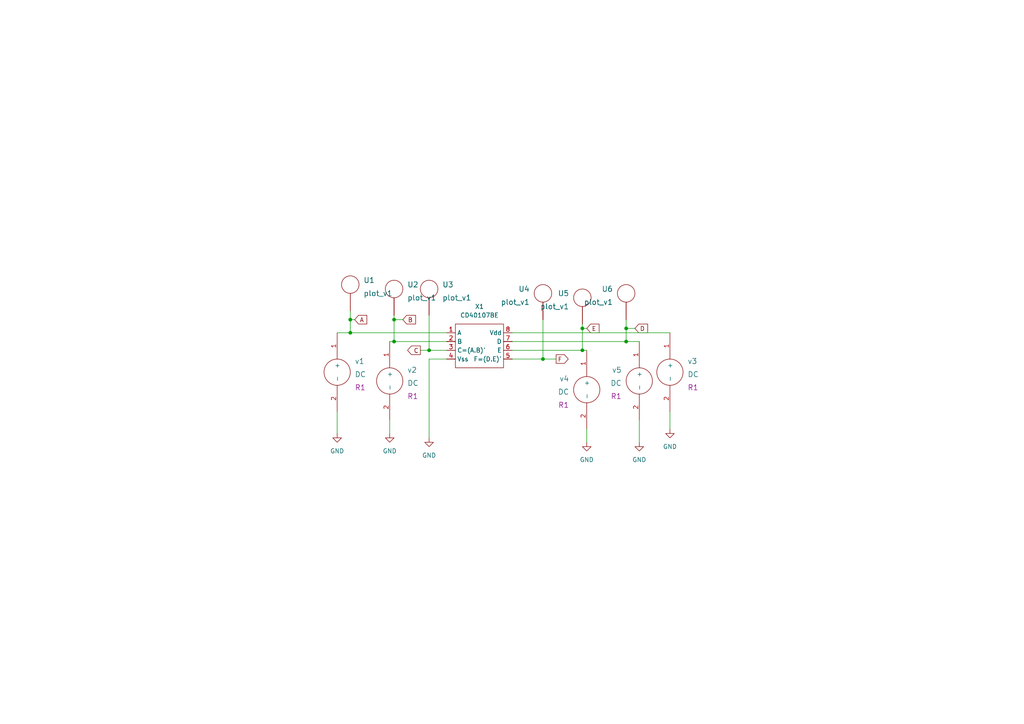
<source format=kicad_sch>
(kicad_sch (version 20211123) (generator eeschema)

  (uuid 9881ae99-6720-48ec-ba5d-93f0bf13fad7)

  (paper "A4")

  (lib_symbols
    (symbol "eSim_Plot:plot_v1" (pin_names (offset 1.016)) (in_bom yes) (on_board yes)
      (property "Reference" "U" (id 0) (at 0 12.7 0)
        (effects (font (size 1.524 1.524)))
      )
      (property "Value" "plot_v1" (id 1) (at 5.08 8.89 0)
        (effects (font (size 1.524 1.524)))
      )
      (property "Footprint" "" (id 2) (at 0 0 0)
        (effects (font (size 1.524 1.524)))
      )
      (property "Datasheet" "" (id 3) (at 0 0 0)
        (effects (font (size 1.524 1.524)))
      )
      (symbol "plot_v1_0_1"
        (circle (center 0 12.7) (radius 2.54)
          (stroke (width 0) (type default) (color 0 0 0 0))
          (fill (type none))
        )
      )
      (symbol "plot_v1_1_1"
        (pin input line (at 0 5.08 90) (length 5.08)
          (name "~" (effects (font (size 1.27 1.27))))
          (number "~" (effects (font (size 1.27 1.27))))
        )
      )
    )
    (symbol "eSim_Power:eSim_GND" (power) (pin_names (offset 0)) (in_bom yes) (on_board yes)
      (property "Reference" "#PWR" (id 0) (at 0 -6.35 0)
        (effects (font (size 1.27 1.27)) hide)
      )
      (property "Value" "eSim_GND" (id 1) (at 0 -3.81 0)
        (effects (font (size 1.27 1.27)))
      )
      (property "Footprint" "" (id 2) (at 0 0 0)
        (effects (font (size 1.27 1.27)) hide)
      )
      (property "Datasheet" "" (id 3) (at 0 0 0)
        (effects (font (size 1.27 1.27)) hide)
      )
      (symbol "eSim_GND_0_1"
        (polyline
          (pts
            (xy 0 0)
            (xy 0 -1.27)
            (xy 1.27 -1.27)
            (xy 0 -2.54)
            (xy -1.27 -1.27)
            (xy 0 -1.27)
          )
          (stroke (width 0) (type default) (color 0 0 0 0))
          (fill (type none))
        )
      )
      (symbol "eSim_GND_1_1"
        (pin power_in line (at 0 0 270) (length 0) hide
          (name "GND" (effects (font (size 1.27 1.27))))
          (number "1" (effects (font (size 1.27 1.27))))
        )
      )
    )
    (symbol "eSim_Sources:DC" (pin_names (offset 1.016)) (in_bom yes) (on_board yes)
      (property "Reference" "v" (id 0) (at -5.08 2.54 0)
        (effects (font (size 1.524 1.524)))
      )
      (property "Value" "DC" (id 1) (at -5.08 -1.27 0)
        (effects (font (size 1.524 1.524)))
      )
      (property "Footprint" "R1" (id 2) (at -7.62 0 0)
        (effects (font (size 1.524 1.524)))
      )
      (property "Datasheet" "" (id 3) (at 0 0 0)
        (effects (font (size 1.524 1.524)))
      )
      (property "ki_fp_filters" "1_pin" (id 4) (at 0 0 0)
        (effects (font (size 1.27 1.27)) hide)
      )
      (symbol "DC_0_1"
        (circle (center 0 0) (radius 3.81)
          (stroke (width 0) (type default) (color 0 0 0 0))
          (fill (type none))
        )
      )
      (symbol "DC_1_1"
        (pin power_out line (at 0 11.43 270) (length 7.62)
          (name "+" (effects (font (size 1.27 1.27))))
          (number "1" (effects (font (size 1.27 1.27))))
        )
        (pin power_out line (at 0 -11.43 90) (length 7.62)
          (name "-" (effects (font (size 1.27 1.27))))
          (number "2" (effects (font (size 1.27 1.27))))
        )
      )
    )
    (symbol "eSim_Subckt:CD40107BE" (in_bom yes) (on_board yes)
      (property "Reference" "X" (id 0) (at 0 -5.08 0)
        (effects (font (size 1.27 1.27)))
      )
      (property "Value" "CD40107BE" (id 1) (at 0 10.16 0)
        (effects (font (size 1.27 1.27)))
      )
      (property "Footprint" "" (id 2) (at -1.27 0 0)
        (effects (font (size 1.27 1.27)) hide)
      )
      (property "Datasheet" "" (id 3) (at -1.27 0 0)
        (effects (font (size 1.27 1.27)) hide)
      )
      (symbol "CD40107BE_0_1"
        (rectangle (start -6.35 8.89) (end 7.62 -3.81)
          (stroke (width 0) (type default) (color 0 0 0 0))
          (fill (type none))
        )
      )
      (symbol "CD40107BE_1_1"
        (pin input line (at -8.89 6.35 0) (length 2.54)
          (name "A" (effects (font (size 1.27 1.27))))
          (number "1" (effects (font (size 1.27 1.27))))
        )
        (pin input line (at -8.89 3.81 0) (length 2.54)
          (name "B" (effects (font (size 1.27 1.27))))
          (number "2" (effects (font (size 1.27 1.27))))
        )
        (pin output line (at -8.89 1.27 0) (length 2.54)
          (name "C=(A.B)'" (effects (font (size 1.27 1.27))))
          (number "3" (effects (font (size 1.27 1.27))))
        )
        (pin input line (at -8.89 -1.27 0) (length 2.54)
          (name "Vss" (effects (font (size 1.27 1.27))))
          (number "4" (effects (font (size 1.27 1.27))))
        )
        (pin output line (at 10.16 -1.27 180) (length 2.54)
          (name "F=(D.E)'" (effects (font (size 1.27 1.27))))
          (number "5" (effects (font (size 1.27 1.27))))
        )
        (pin input line (at 10.16 1.27 180) (length 2.54)
          (name "E" (effects (font (size 1.27 1.27))))
          (number "6" (effects (font (size 1.27 1.27))))
        )
        (pin input line (at 10.16 3.81 180) (length 2.54)
          (name "D" (effects (font (size 1.27 1.27))))
          (number "7" (effects (font (size 1.27 1.27))))
        )
        (pin input line (at 10.16 6.35 180) (length 2.54)
          (name "Vdd" (effects (font (size 1.27 1.27))))
          (number "8" (effects (font (size 1.27 1.27))))
        )
      )
    )
  )


  (junction (at 114.3 99.06) (diameter 0) (color 0 0 0 0)
    (uuid 135a4971-4980-4bee-bfdf-9fbf41ec83b1)
  )
  (junction (at 114.3 92.71) (diameter 0) (color 0 0 0 0)
    (uuid 871a8b2c-708c-4d04-bce1-7d33378ee90d)
  )
  (junction (at 124.46 101.6) (diameter 0) (color 0 0 0 0)
    (uuid 969ec16d-7484-4bc8-bf05-b5eda1a06132)
  )
  (junction (at 101.6 96.52) (diameter 0) (color 0 0 0 0)
    (uuid a7a7c321-41cc-47f1-806f-6c478985c727)
  )
  (junction (at 181.61 99.06) (diameter 0) (color 0 0 0 0)
    (uuid bf86a323-cb2f-4764-a08d-8e81ab2fad3a)
  )
  (junction (at 101.6 92.71) (diameter 0) (color 0 0 0 0)
    (uuid c41a1821-4417-49ad-bec4-3454e7984613)
  )
  (junction (at 168.91 95.25) (diameter 0) (color 0 0 0 0)
    (uuid cd230e3f-48db-4f5d-a80a-a18b202b6e12)
  )
  (junction (at 181.61 95.25) (diameter 0) (color 0 0 0 0)
    (uuid ec6d5260-7817-41f4-8b22-316d38b2bff5)
  )
  (junction (at 168.91 101.6) (diameter 0) (color 0 0 0 0)
    (uuid eeca4b91-b2c8-4b84-9fed-655fd8d1f15d)
  )
  (junction (at 157.48 104.14) (diameter 0) (color 0 0 0 0)
    (uuid eefb7c4d-6a54-466f-b130-b29b6dfc7968)
  )

  (wire (pts (xy 124.46 104.14) (xy 129.54 104.14))
    (stroke (width 0) (type default) (color 0 0 0 0))
    (uuid 04dd4d65-c393-4ab6-9421-9d51717f136b)
  )
  (wire (pts (xy 185.42 121.92) (xy 185.42 128.27))
    (stroke (width 0) (type default) (color 0 0 0 0))
    (uuid 0caa182c-c619-41b3-a698-896c2d29d16f)
  )
  (wire (pts (xy 124.46 101.6) (xy 129.54 101.6))
    (stroke (width 0) (type default) (color 0 0 0 0))
    (uuid 108c423e-0c52-45af-ad79-6758187d66bc)
  )
  (wire (pts (xy 157.48 92.71) (xy 157.48 104.14))
    (stroke (width 0) (type default) (color 0 0 0 0))
    (uuid 13125bbb-62b1-49c0-a797-9c1f0ca694bb)
  )
  (wire (pts (xy 168.91 95.25) (xy 170.18 95.25))
    (stroke (width 0) (type default) (color 0 0 0 0))
    (uuid 1fd206ae-744c-4205-93ae-069f5a2e266d)
  )
  (wire (pts (xy 181.61 95.25) (xy 181.61 99.06))
    (stroke (width 0) (type default) (color 0 0 0 0))
    (uuid 302853a3-9bd3-4aa5-81ed-a9dad4d06fd2)
  )
  (wire (pts (xy 148.59 96.52) (xy 194.31 96.52))
    (stroke (width 0) (type default) (color 0 0 0 0))
    (uuid 38feb1b7-80ba-4912-87b2-f52857e7b111)
  )
  (wire (pts (xy 114.3 92.71) (xy 114.3 99.06))
    (stroke (width 0) (type default) (color 0 0 0 0))
    (uuid 46283113-de61-4dc6-84e5-220fbb6569ec)
  )
  (wire (pts (xy 170.18 124.46) (xy 170.18 128.27))
    (stroke (width 0) (type default) (color 0 0 0 0))
    (uuid 4adce567-d8e1-4568-90a4-3f9de7745604)
  )
  (wire (pts (xy 124.46 104.14) (xy 124.46 127))
    (stroke (width 0) (type default) (color 0 0 0 0))
    (uuid 4b05e1bf-bc67-4001-9ec7-76dfaf36683c)
  )
  (wire (pts (xy 113.03 99.06) (xy 114.3 99.06))
    (stroke (width 0) (type default) (color 0 0 0 0))
    (uuid 577925b5-22f9-45de-bcf0-611562536bdc)
  )
  (wire (pts (xy 124.46 91.44) (xy 124.46 101.6))
    (stroke (width 0) (type default) (color 0 0 0 0))
    (uuid 76338a29-ee2f-400a-bef8-9fddba9657c3)
  )
  (wire (pts (xy 114.3 91.44) (xy 114.3 92.71))
    (stroke (width 0) (type default) (color 0 0 0 0))
    (uuid 79376c55-958d-49a6-9a3c-07d079f8a5ad)
  )
  (wire (pts (xy 181.61 95.25) (xy 184.15 95.25))
    (stroke (width 0) (type default) (color 0 0 0 0))
    (uuid 7c82fb79-f4c1-44ff-be0a-37b0f1b7f6e8)
  )
  (wire (pts (xy 101.6 96.52) (xy 129.54 96.52))
    (stroke (width 0) (type default) (color 0 0 0 0))
    (uuid 923d6cd8-1f81-4279-9db8-548f5108ac75)
  )
  (wire (pts (xy 97.79 96.52) (xy 101.6 96.52))
    (stroke (width 0) (type default) (color 0 0 0 0))
    (uuid 949d2e30-eabe-40da-bc77-f0a5a2399312)
  )
  (wire (pts (xy 185.42 99.06) (xy 181.61 99.06))
    (stroke (width 0) (type default) (color 0 0 0 0))
    (uuid 9dad7248-226f-4b2d-9b6c-6f5542d251bf)
  )
  (wire (pts (xy 157.48 104.14) (xy 161.29 104.14))
    (stroke (width 0) (type default) (color 0 0 0 0))
    (uuid 9dd76fe8-a100-470e-96a6-36b3660466cf)
  )
  (wire (pts (xy 181.61 92.71) (xy 181.61 95.25))
    (stroke (width 0) (type default) (color 0 0 0 0))
    (uuid a1a05ee5-6eef-4b37-8ea8-c8c2557bda33)
  )
  (wire (pts (xy 170.18 101.6) (xy 168.91 101.6))
    (stroke (width 0) (type default) (color 0 0 0 0))
    (uuid aa9af614-9f82-402e-9f76-bab3fb3f8fe4)
  )
  (wire (pts (xy 168.91 93.98) (xy 168.91 95.25))
    (stroke (width 0) (type default) (color 0 0 0 0))
    (uuid b07a5b93-2a1b-40df-afb6-8f48c9b88bbc)
  )
  (wire (pts (xy 148.59 101.6) (xy 168.91 101.6))
    (stroke (width 0) (type default) (color 0 0 0 0))
    (uuid b3462474-4566-49df-81f1-4f3344bb2d8e)
  )
  (wire (pts (xy 101.6 90.17) (xy 101.6 92.71))
    (stroke (width 0) (type default) (color 0 0 0 0))
    (uuid b59f7fb7-9275-4a33-b23b-508d46b541df)
  )
  (wire (pts (xy 148.59 99.06) (xy 181.61 99.06))
    (stroke (width 0) (type default) (color 0 0 0 0))
    (uuid ba60f61c-d047-406e-9a29-f0b76db38e28)
  )
  (wire (pts (xy 113.03 121.92) (xy 113.03 125.73))
    (stroke (width 0) (type default) (color 0 0 0 0))
    (uuid c65fdf61-8f2c-4cbd-9e9d-b32bf86ea61b)
  )
  (wire (pts (xy 114.3 99.06) (xy 129.54 99.06))
    (stroke (width 0) (type default) (color 0 0 0 0))
    (uuid cad48571-0c47-4d5d-be58-770fdad09bec)
  )
  (wire (pts (xy 116.84 92.71) (xy 114.3 92.71))
    (stroke (width 0) (type default) (color 0 0 0 0))
    (uuid d839c089-002a-481d-858d-c6f85d4d25a9)
  )
  (wire (pts (xy 101.6 92.71) (xy 101.6 96.52))
    (stroke (width 0) (type default) (color 0 0 0 0))
    (uuid de60f785-e7de-4fe5-b109-ebde17b9e89d)
  )
  (wire (pts (xy 97.79 119.38) (xy 97.79 125.73))
    (stroke (width 0) (type default) (color 0 0 0 0))
    (uuid e235a180-9e65-42cc-b7e5-118f97e23b1e)
  )
  (wire (pts (xy 168.91 95.25) (xy 168.91 101.6))
    (stroke (width 0) (type default) (color 0 0 0 0))
    (uuid e46cf294-d66b-4fa1-a50b-c6dbcbe66664)
  )
  (wire (pts (xy 101.6 92.71) (xy 102.87 92.71))
    (stroke (width 0) (type default) (color 0 0 0 0))
    (uuid e8d5a7dd-3c42-42b5-9ba4-94224e3b6cb4)
  )
  (wire (pts (xy 121.92 101.6) (xy 124.46 101.6))
    (stroke (width 0) (type default) (color 0 0 0 0))
    (uuid ed4cfb1b-9ad2-4aff-b410-58eb634434dd)
  )
  (wire (pts (xy 194.31 119.38) (xy 194.31 124.46))
    (stroke (width 0) (type default) (color 0 0 0 0))
    (uuid f0db88c0-4b63-4375-927e-787b12f7ebd1)
  )
  (wire (pts (xy 157.48 104.14) (xy 148.59 104.14))
    (stroke (width 0) (type default) (color 0 0 0 0))
    (uuid fe317b3e-caee-4bd3-951a-54ad365a2b96)
  )

  (global_label "F" (shape output) (at 161.29 104.14 0) (fields_autoplaced)
    (effects (font (size 1.27 1.27)) (justify left))
    (uuid 0729daaa-41f0-4254-804d-f6d82509b0cc)
    (property "Intersheet References" "${INTERSHEET_REFS}" (id 0) (at 164.7917 104.0606 0)
      (effects (font (size 1.27 1.27)) (justify left) hide)
    )
  )
  (global_label "A" (shape input) (at 102.87 92.71 0) (fields_autoplaced)
    (effects (font (size 1.27 1.27)) (justify left))
    (uuid 2511c19b-42c9-4ab5-afec-5021470e6d2f)
    (property "Intersheet References" "${INTERSHEET_REFS}" (id 0) (at 106.3717 92.6306 0)
      (effects (font (size 1.27 1.27)) (justify left) hide)
    )
  )
  (global_label "C" (shape output) (at 121.92 101.6 180) (fields_autoplaced)
    (effects (font (size 1.27 1.27)) (justify right))
    (uuid 38d25c85-a794-49b6-91c6-f0ed693ffb70)
    (property "Intersheet References" "${INTERSHEET_REFS}" (id 0) (at 118.2369 101.5206 0)
      (effects (font (size 1.27 1.27)) (justify right) hide)
    )
  )
  (global_label "B" (shape input) (at 116.84 92.71 0) (fields_autoplaced)
    (effects (font (size 1.27 1.27)) (justify left))
    (uuid 9aec7854-1a96-4b14-ba9a-f91e4a52f1c8)
    (property "Intersheet References" "${INTERSHEET_REFS}" (id 0) (at 120.5231 92.6306 0)
      (effects (font (size 1.27 1.27)) (justify left) hide)
    )
  )
  (global_label "E" (shape input) (at 170.18 95.25 0) (fields_autoplaced)
    (effects (font (size 1.27 1.27)) (justify left))
    (uuid 9e4601fd-170a-45b4-a8ad-d68943368158)
    (property "Intersheet References" "${INTERSHEET_REFS}" (id 0) (at 173.7421 95.1706 0)
      (effects (font (size 1.27 1.27)) (justify left) hide)
    )
  )
  (global_label "D" (shape input) (at 184.15 95.25 0) (fields_autoplaced)
    (effects (font (size 1.27 1.27)) (justify left))
    (uuid b0a9694f-7aa3-44fa-95d4-748b98ef6473)
    (property "Intersheet References" "${INTERSHEET_REFS}" (id 0) (at 187.8331 95.1706 0)
      (effects (font (size 1.27 1.27)) (justify left) hide)
    )
  )

  (symbol (lib_id "eSim_Power:eSim_GND") (at 185.42 128.27 0) (mirror y) (unit 1)
    (in_bom yes) (on_board yes) (fields_autoplaced)
    (uuid 039a728c-67a0-4c86-9650-5210e1c73da7)
    (property "Reference" "#PWR06" (id 0) (at 185.42 134.62 0)
      (effects (font (size 1.27 1.27)) hide)
    )
    (property "Value" "eSim_GND" (id 1) (at 185.42 133.35 0))
    (property "Footprint" "" (id 2) (at 185.42 128.27 0)
      (effects (font (size 1.27 1.27)) hide)
    )
    (property "Datasheet" "" (id 3) (at 185.42 128.27 0)
      (effects (font (size 1.27 1.27)) hide)
    )
    (pin "1" (uuid d3614654-1192-44bd-95d8-036b680cacb0))
  )

  (symbol (lib_id "eSim_Plot:plot_v1") (at 124.46 96.52 0) (unit 1)
    (in_bom yes) (on_board yes) (fields_autoplaced)
    (uuid 0655f353-4fdc-4419-8774-456325f78556)
    (property "Reference" "U3" (id 0) (at 128.27 82.55 0)
      (effects (font (size 1.524 1.524)) (justify left))
    )
    (property "Value" "plot_v1" (id 1) (at 128.27 86.36 0)
      (effects (font (size 1.524 1.524)) (justify left))
    )
    (property "Footprint" "" (id 2) (at 124.46 96.52 0)
      (effects (font (size 1.524 1.524)))
    )
    (property "Datasheet" "" (id 3) (at 124.46 96.52 0)
      (effects (font (size 1.524 1.524)))
    )
    (pin "~" (uuid 5bb960f6-7efe-4a97-83ec-0c84a8ba713b))
  )

  (symbol (lib_id "eSim_Power:eSim_GND") (at 194.31 124.46 0) (unit 1)
    (in_bom yes) (on_board yes) (fields_autoplaced)
    (uuid 08c483fe-f8a5-4e4d-9999-ca6b84cee4a7)
    (property "Reference" "#PWR04" (id 0) (at 194.31 130.81 0)
      (effects (font (size 1.27 1.27)) hide)
    )
    (property "Value" "eSim_GND" (id 1) (at 194.31 129.54 0))
    (property "Footprint" "" (id 2) (at 194.31 124.46 0)
      (effects (font (size 1.27 1.27)) hide)
    )
    (property "Datasheet" "" (id 3) (at 194.31 124.46 0)
      (effects (font (size 1.27 1.27)) hide)
    )
    (pin "1" (uuid e850e1bf-31f9-4c1b-8568-d07a9e58ff19))
  )

  (symbol (lib_id "eSim_Sources:DC") (at 97.79 107.95 0) (unit 1)
    (in_bom yes) (on_board yes) (fields_autoplaced)
    (uuid 13098a73-8287-4bb6-a1c2-d4b6a4989a85)
    (property "Reference" "v1" (id 0) (at 102.87 104.775 0)
      (effects (font (size 1.524 1.524)) (justify left))
    )
    (property "Value" "DC" (id 1) (at 102.87 108.585 0)
      (effects (font (size 1.524 1.524)) (justify left))
    )
    (property "Footprint" "R1" (id 2) (at 102.87 112.395 0)
      (effects (font (size 1.524 1.524)) (justify left))
    )
    (property "Datasheet" "" (id 3) (at 97.79 107.95 0)
      (effects (font (size 1.524 1.524)))
    )
    (pin "1" (uuid 41350734-67eb-4899-8f96-1272fd25166b))
    (pin "2" (uuid b724c8dc-740f-482a-8bcd-9fc139339297))
  )

  (symbol (lib_id "eSim_Power:eSim_GND") (at 124.46 127 0) (unit 1)
    (in_bom yes) (on_board yes) (fields_autoplaced)
    (uuid 19cab4af-ae1e-48c8-b48a-e97ce38c51d4)
    (property "Reference" "#PWR03" (id 0) (at 124.46 133.35 0)
      (effects (font (size 1.27 1.27)) hide)
    )
    (property "Value" "eSim_GND" (id 1) (at 124.46 132.08 0))
    (property "Footprint" "" (id 2) (at 124.46 127 0)
      (effects (font (size 1.27 1.27)) hide)
    )
    (property "Datasheet" "" (id 3) (at 124.46 127 0)
      (effects (font (size 1.27 1.27)) hide)
    )
    (pin "1" (uuid a9e34d07-e80b-448f-94fe-7a8528b4dc37))
  )

  (symbol (lib_id "eSim_Subckt:CD40107BE") (at 138.43 102.87 0) (unit 1)
    (in_bom yes) (on_board yes) (fields_autoplaced)
    (uuid 2edd1ffe-159c-409d-a8f7-e6904ccebb67)
    (property "Reference" "X1" (id 0) (at 139.065 88.9 0))
    (property "Value" "CD40107BE" (id 1) (at 139.065 91.44 0))
    (property "Footprint" "" (id 2) (at 137.16 102.87 0)
      (effects (font (size 1.27 1.27)) hide)
    )
    (property "Datasheet" "" (id 3) (at 137.16 102.87 0)
      (effects (font (size 1.27 1.27)) hide)
    )
    (pin "1" (uuid f72e209e-efd8-442b-9905-184ff2c4fb77))
    (pin "2" (uuid 4c0ad3cc-633e-4d9f-8b7e-831d8914b54c))
    (pin "3" (uuid 4ec33e71-17cf-40d9-a57c-eda2beebacfb))
    (pin "4" (uuid 9974a236-afb6-471b-9178-07f870744ccf))
    (pin "5" (uuid 991a42f4-ac51-4be3-99f6-4d38b3ef05de))
    (pin "6" (uuid 84d01246-55fe-4f5b-9c2d-bfe29ce6ab3c))
    (pin "7" (uuid 8693afda-8fb6-4a23-b781-a8a132f3e7b1))
    (pin "8" (uuid fabe9974-983c-4ef6-9d62-a37b66e2d85b))
  )

  (symbol (lib_id "eSim_Plot:plot_v1") (at 114.3 96.52 0) (unit 1)
    (in_bom yes) (on_board yes) (fields_autoplaced)
    (uuid 2eddb996-c00a-4b76-9933-e959c1767411)
    (property "Reference" "U2" (id 0) (at 118.11 82.55 0)
      (effects (font (size 1.524 1.524)) (justify left))
    )
    (property "Value" "plot_v1" (id 1) (at 118.11 86.36 0)
      (effects (font (size 1.524 1.524)) (justify left))
    )
    (property "Footprint" "" (id 2) (at 114.3 96.52 0)
      (effects (font (size 1.524 1.524)))
    )
    (property "Datasheet" "" (id 3) (at 114.3 96.52 0)
      (effects (font (size 1.524 1.524)))
    )
    (pin "~" (uuid 0402ba91-fcb2-4703-a5b3-06b1e9053f8f))
  )

  (symbol (lib_id "eSim_Sources:DC") (at 170.18 113.03 0) (mirror y) (unit 1)
    (in_bom yes) (on_board yes) (fields_autoplaced)
    (uuid 3d579811-e38c-4cd8-bee8-ac2a1910994f)
    (property "Reference" "v4" (id 0) (at 165.1 109.855 0)
      (effects (font (size 1.524 1.524)) (justify left))
    )
    (property "Value" "DC" (id 1) (at 165.1 113.665 0)
      (effects (font (size 1.524 1.524)) (justify left))
    )
    (property "Footprint" "R1" (id 2) (at 165.1 117.475 0)
      (effects (font (size 1.524 1.524)) (justify left))
    )
    (property "Datasheet" "" (id 3) (at 170.18 113.03 0)
      (effects (font (size 1.524 1.524)))
    )
    (pin "1" (uuid 87b6fefa-26f3-4e58-9253-5d841dbdf286))
    (pin "2" (uuid 47eeb027-8a85-4a2d-ad99-2d0f601827c1))
  )

  (symbol (lib_id "eSim_Plot:plot_v1") (at 101.6 95.25 0) (unit 1)
    (in_bom yes) (on_board yes) (fields_autoplaced)
    (uuid 46d94fce-2486-4b54-8a99-ebb7aad6c1b3)
    (property "Reference" "U1" (id 0) (at 105.41 81.28 0)
      (effects (font (size 1.524 1.524)) (justify left))
    )
    (property "Value" "plot_v1" (id 1) (at 105.41 85.09 0)
      (effects (font (size 1.524 1.524)) (justify left))
    )
    (property "Footprint" "" (id 2) (at 101.6 95.25 0)
      (effects (font (size 1.524 1.524)))
    )
    (property "Datasheet" "" (id 3) (at 101.6 95.25 0)
      (effects (font (size 1.524 1.524)))
    )
    (pin "~" (uuid 26444a62-e6e8-4d68-887e-84c71969d366))
  )

  (symbol (lib_id "eSim_Power:eSim_GND") (at 97.79 125.73 0) (unit 1)
    (in_bom yes) (on_board yes) (fields_autoplaced)
    (uuid 64d0c9f4-d9bc-4efb-8997-328670e980f7)
    (property "Reference" "#PWR01" (id 0) (at 97.79 132.08 0)
      (effects (font (size 1.27 1.27)) hide)
    )
    (property "Value" "eSim_GND" (id 1) (at 97.79 130.81 0))
    (property "Footprint" "" (id 2) (at 97.79 125.73 0)
      (effects (font (size 1.27 1.27)) hide)
    )
    (property "Datasheet" "" (id 3) (at 97.79 125.73 0)
      (effects (font (size 1.27 1.27)) hide)
    )
    (pin "1" (uuid 5dabe98c-1829-44d2-bff1-84a62d590794))
  )

  (symbol (lib_id "eSim_Sources:DC") (at 113.03 110.49 0) (unit 1)
    (in_bom yes) (on_board yes) (fields_autoplaced)
    (uuid 71d0509e-34d7-42f0-95a7-637db944d867)
    (property "Reference" "v2" (id 0) (at 118.11 107.315 0)
      (effects (font (size 1.524 1.524)) (justify left))
    )
    (property "Value" "DC" (id 1) (at 118.11 111.125 0)
      (effects (font (size 1.524 1.524)) (justify left))
    )
    (property "Footprint" "R1" (id 2) (at 118.11 114.935 0)
      (effects (font (size 1.524 1.524)) (justify left))
    )
    (property "Datasheet" "" (id 3) (at 113.03 110.49 0)
      (effects (font (size 1.524 1.524)))
    )
    (pin "1" (uuid c9d2ef52-36e2-4f27-aaf6-72a9fd6d7f70))
    (pin "2" (uuid b4cda5a1-9d6a-4807-a86a-7172d6c195aa))
  )

  (symbol (lib_id "eSim_Plot:plot_v1") (at 168.91 99.06 0) (mirror y) (unit 1)
    (in_bom yes) (on_board yes) (fields_autoplaced)
    (uuid 73067bbf-b769-4664-98ad-c87db9928c83)
    (property "Reference" "U5" (id 0) (at 165.1 85.09 0)
      (effects (font (size 1.524 1.524)) (justify left))
    )
    (property "Value" "plot_v1" (id 1) (at 165.1 88.9 0)
      (effects (font (size 1.524 1.524)) (justify left))
    )
    (property "Footprint" "" (id 2) (at 168.91 99.06 0)
      (effects (font (size 1.524 1.524)))
    )
    (property "Datasheet" "" (id 3) (at 168.91 99.06 0)
      (effects (font (size 1.524 1.524)))
    )
    (pin "~" (uuid 976b7abf-622c-47a9-b954-bab865b12e1c))
  )

  (symbol (lib_id "eSim_Power:eSim_GND") (at 170.18 128.27 0) (mirror y) (unit 1)
    (in_bom yes) (on_board yes) (fields_autoplaced)
    (uuid 80b4b635-d741-4c6c-bc30-4ddcc6933f21)
    (property "Reference" "#PWR05" (id 0) (at 170.18 134.62 0)
      (effects (font (size 1.27 1.27)) hide)
    )
    (property "Value" "eSim_GND" (id 1) (at 170.18 133.35 0))
    (property "Footprint" "" (id 2) (at 170.18 128.27 0)
      (effects (font (size 1.27 1.27)) hide)
    )
    (property "Datasheet" "" (id 3) (at 170.18 128.27 0)
      (effects (font (size 1.27 1.27)) hide)
    )
    (pin "1" (uuid f168a6cb-4488-4124-b38f-fd2564f29644))
  )

  (symbol (lib_id "eSim_Plot:plot_v1") (at 157.48 97.79 0) (mirror y) (unit 1)
    (in_bom yes) (on_board yes) (fields_autoplaced)
    (uuid 8a3612d8-f675-436b-b26d-75fba89a5249)
    (property "Reference" "U4" (id 0) (at 153.67 83.82 0)
      (effects (font (size 1.524 1.524)) (justify left))
    )
    (property "Value" "plot_v1" (id 1) (at 153.67 87.63 0)
      (effects (font (size 1.524 1.524)) (justify left))
    )
    (property "Footprint" "" (id 2) (at 157.48 97.79 0)
      (effects (font (size 1.524 1.524)))
    )
    (property "Datasheet" "" (id 3) (at 157.48 97.79 0)
      (effects (font (size 1.524 1.524)))
    )
    (pin "~" (uuid 5fa40a70-9e93-4fa8-ba8e-7d61b8a8c4ee))
  )

  (symbol (lib_id "eSim_Sources:DC") (at 185.42 110.49 0) (mirror y) (unit 1)
    (in_bom yes) (on_board yes) (fields_autoplaced)
    (uuid 8eccca92-1b5e-44e9-a523-fcfc5b164bc4)
    (property "Reference" "v5" (id 0) (at 180.34 107.315 0)
      (effects (font (size 1.524 1.524)) (justify left))
    )
    (property "Value" "DC" (id 1) (at 180.34 111.125 0)
      (effects (font (size 1.524 1.524)) (justify left))
    )
    (property "Footprint" "R1" (id 2) (at 180.34 114.935 0)
      (effects (font (size 1.524 1.524)) (justify left))
    )
    (property "Datasheet" "" (id 3) (at 185.42 110.49 0)
      (effects (font (size 1.524 1.524)))
    )
    (pin "1" (uuid 727367cd-3094-4924-89bc-5e57e4bfcca8))
    (pin "2" (uuid 4ec34dc2-cadf-4c5a-92f9-a3d841b35bb9))
  )

  (symbol (lib_id "eSim_Sources:DC") (at 194.31 107.95 0) (unit 1)
    (in_bom yes) (on_board yes) (fields_autoplaced)
    (uuid a3c0ca56-b737-4c47-b158-5a8a9774cc73)
    (property "Reference" "v3" (id 0) (at 199.39 104.775 0)
      (effects (font (size 1.524 1.524)) (justify left))
    )
    (property "Value" "DC" (id 1) (at 199.39 108.585 0)
      (effects (font (size 1.524 1.524)) (justify left))
    )
    (property "Footprint" "R1" (id 2) (at 199.39 112.395 0)
      (effects (font (size 1.524 1.524)) (justify left))
    )
    (property "Datasheet" "" (id 3) (at 194.31 107.95 0)
      (effects (font (size 1.524 1.524)))
    )
    (pin "1" (uuid 63e5039b-3071-4ca1-8a02-879785024151))
    (pin "2" (uuid 20a85924-d5f3-48fb-b2a3-eb6b8b128b50))
  )

  (symbol (lib_id "eSim_Power:eSim_GND") (at 113.03 125.73 0) (unit 1)
    (in_bom yes) (on_board yes) (fields_autoplaced)
    (uuid f1783cec-df17-471f-bc51-04015711ecb7)
    (property "Reference" "#PWR02" (id 0) (at 113.03 132.08 0)
      (effects (font (size 1.27 1.27)) hide)
    )
    (property "Value" "eSim_GND" (id 1) (at 113.03 130.81 0))
    (property "Footprint" "" (id 2) (at 113.03 125.73 0)
      (effects (font (size 1.27 1.27)) hide)
    )
    (property "Datasheet" "" (id 3) (at 113.03 125.73 0)
      (effects (font (size 1.27 1.27)) hide)
    )
    (pin "1" (uuid 086de582-0d02-49f5-b6ed-f6f6a63093e0))
  )

  (symbol (lib_id "eSim_Plot:plot_v1") (at 181.61 97.79 0) (mirror y) (unit 1)
    (in_bom yes) (on_board yes) (fields_autoplaced)
    (uuid f7143250-fc4b-4666-94ad-ac2f01d8bc99)
    (property "Reference" "U6" (id 0) (at 177.8 83.82 0)
      (effects (font (size 1.524 1.524)) (justify left))
    )
    (property "Value" "plot_v1" (id 1) (at 177.8 87.63 0)
      (effects (font (size 1.524 1.524)) (justify left))
    )
    (property "Footprint" "" (id 2) (at 181.61 97.79 0)
      (effects (font (size 1.524 1.524)))
    )
    (property "Datasheet" "" (id 3) (at 181.61 97.79 0)
      (effects (font (size 1.524 1.524)))
    )
    (pin "~" (uuid 5942fb77-ce00-4ce5-98d6-e5a040617f05))
  )

  (sheet_instances
    (path "/" (page "1"))
  )

  (symbol_instances
    (path "/64d0c9f4-d9bc-4efb-8997-328670e980f7"
      (reference "#PWR01") (unit 1) (value "eSim_GND") (footprint "")
    )
    (path "/f1783cec-df17-471f-bc51-04015711ecb7"
      (reference "#PWR02") (unit 1) (value "eSim_GND") (footprint "")
    )
    (path "/19cab4af-ae1e-48c8-b48a-e97ce38c51d4"
      (reference "#PWR03") (unit 1) (value "eSim_GND") (footprint "")
    )
    (path "/08c483fe-f8a5-4e4d-9999-ca6b84cee4a7"
      (reference "#PWR04") (unit 1) (value "eSim_GND") (footprint "")
    )
    (path "/80b4b635-d741-4c6c-bc30-4ddcc6933f21"
      (reference "#PWR05") (unit 1) (value "eSim_GND") (footprint "")
    )
    (path "/039a728c-67a0-4c86-9650-5210e1c73da7"
      (reference "#PWR06") (unit 1) (value "eSim_GND") (footprint "")
    )
    (path "/46d94fce-2486-4b54-8a99-ebb7aad6c1b3"
      (reference "U1") (unit 1) (value "plot_v1") (footprint "")
    )
    (path "/2eddb996-c00a-4b76-9933-e959c1767411"
      (reference "U2") (unit 1) (value "plot_v1") (footprint "")
    )
    (path "/0655f353-4fdc-4419-8774-456325f78556"
      (reference "U3") (unit 1) (value "plot_v1") (footprint "")
    )
    (path "/8a3612d8-f675-436b-b26d-75fba89a5249"
      (reference "U4") (unit 1) (value "plot_v1") (footprint "")
    )
    (path "/73067bbf-b769-4664-98ad-c87db9928c83"
      (reference "U5") (unit 1) (value "plot_v1") (footprint "")
    )
    (path "/f7143250-fc4b-4666-94ad-ac2f01d8bc99"
      (reference "U6") (unit 1) (value "plot_v1") (footprint "")
    )
    (path "/2edd1ffe-159c-409d-a8f7-e6904ccebb67"
      (reference "X1") (unit 1) (value "CD40107BE") (footprint "")
    )
    (path "/13098a73-8287-4bb6-a1c2-d4b6a4989a85"
      (reference "v1") (unit 1) (value "DC") (footprint "R1")
    )
    (path "/71d0509e-34d7-42f0-95a7-637db944d867"
      (reference "v2") (unit 1) (value "DC") (footprint "R1")
    )
    (path "/a3c0ca56-b737-4c47-b158-5a8a9774cc73"
      (reference "v3") (unit 1) (value "DC") (footprint "R1")
    )
    (path "/3d579811-e38c-4cd8-bee8-ac2a1910994f"
      (reference "v4") (unit 1) (value "DC") (footprint "R1")
    )
    (path "/8eccca92-1b5e-44e9-a523-fcfc5b164bc4"
      (reference "v5") (unit 1) (value "DC") (footprint "R1")
    )
  )
)

</source>
